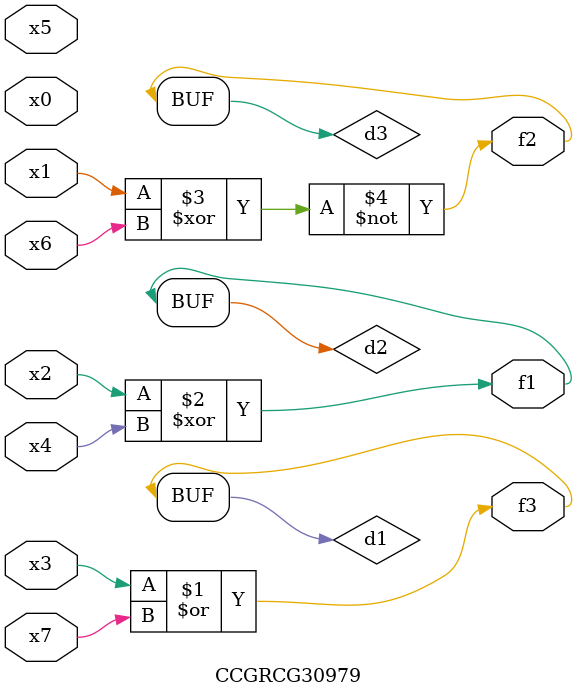
<source format=v>
module CCGRCG30979(
	input x0, x1, x2, x3, x4, x5, x6, x7,
	output f1, f2, f3
);

	wire d1, d2, d3;

	or (d1, x3, x7);
	xor (d2, x2, x4);
	xnor (d3, x1, x6);
	assign f1 = d2;
	assign f2 = d3;
	assign f3 = d1;
endmodule

</source>
